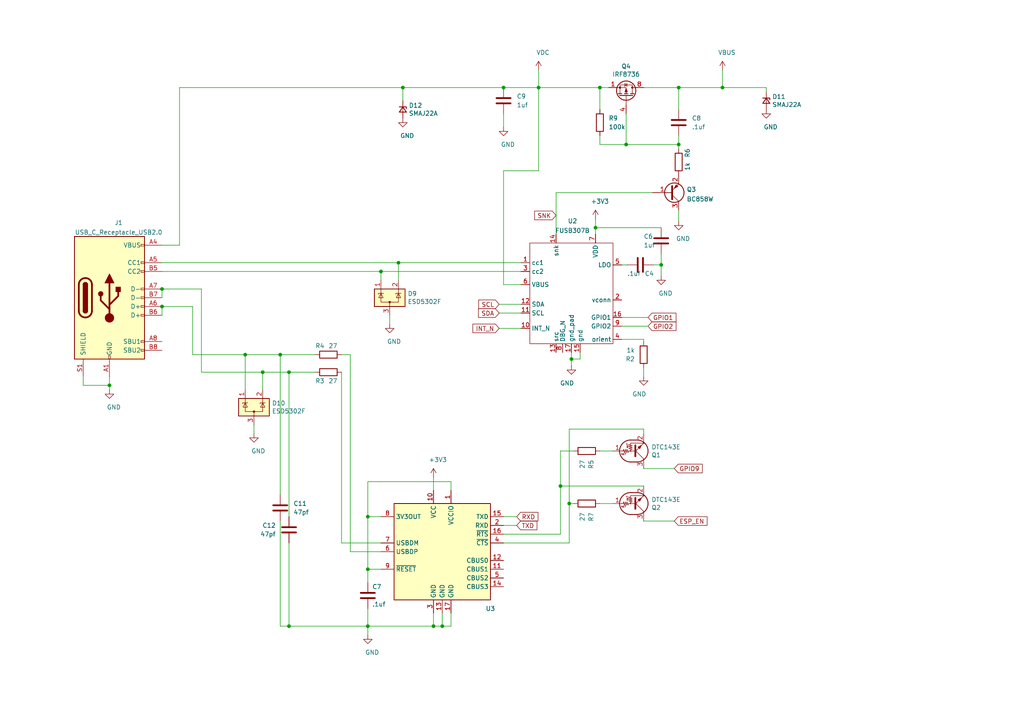
<source format=kicad_sch>
(kicad_sch (version 20210621) (generator eeschema)
  (paper "A4")
  (lib_symbols
    (symbol "-Discrete:DTC143E" (pin_names (offset 0) hide)
      (property "Reference" "Q" (at 5.08 1.905 0))
      (property "Value" "DTC143E" (at 5.08 0 0))
      (symbol "DTC143E_0_0"
        (text "4k7" (at -3.302 0.889 0) (effects (font (size 0.508 0.508))))
        (text "4k7" (at -2.159 -1.524 900) (effects (font (size 0.508 0.508))))
      )
      (symbol "DTC143E_0_1"
        (arc (start -1.27 3.175) (end -1.27 -3.175) (radius (at -1.27 0) (length 3.175) (angles 90.1 -90.1)) (stroke (width 0.254)))
        (arc (start 0.635 -3.175) (end 0.635 3.175) (radius (at 0.635 0) (length 3.175) (angles -89.9 89.9)) (stroke (width 0.254)))
        (circle (center -1.27 0) (radius 0.127))
        (circle (center 2.54 -2.286) (radius 0.127))
        (polyline (pts (xy -3.429 0) (xy -3.81 0)))
        (polyline (pts (xy -1.27 -3.175) (xy 0.635 -3.175)) (stroke (width 0.254)))
        (polyline (pts (xy -1.27 3.175) (xy 0.635 3.175)) (stroke (width 0.254)))
        (polyline (pts (xy 0 -0.254) (xy 2.54 2.286)))
        (polyline (pts (xy 2.54 2.286) (xy 2.54 2.54)))
        (polyline (pts (xy 2.54 -2.286) (xy 0 0.254) (xy 0 0.254)))
        (polyline (pts (xy 0 0) (xy -1.905 0) (xy -2.032 0.508) (xy -2.286 -0.508) (xy -2.54 0.508) (xy -2.794 -0.508) (xy -3.048 0.508) (xy -3.302 -0.508) (xy -3.429 0)))
        (polyline (pts (xy -1.27 0) (xy -1.27 -0.381) (xy -0.762 -0.508) (xy -1.778 -0.762) (xy -0.762 -1.016) (xy -1.778 -1.27) (xy -0.762 -1.524) (xy -1.778 -1.778) (xy -1.27 -1.905) (xy -1.27 -2.286) (xy 2.54 -2.286)))
        (polyline (pts (xy 0.127 1.524) (xy 0.127 -1.651)) (stroke (width 0.508)) (fill (type outline)))
        (polyline (pts (xy 0.889 -1.143) (xy 1.397 -0.635) (xy 1.905 -1.651) (xy 0.889 -1.143)) (fill (type outline)))
      )
      (symbol "DTC143E_1_1"
        (pin input line (at -6.35 0 0) (length 2.54) (name "B") (number "1"))
        (pin passive line (at 2.54 -5.08 90) (length 2.54) (name "E") (number "2"))
        (pin passive line (at 2.54 5.08 270) (length 2.54) (name "C") (number "3"))
      )
    )
    (symbol "Connector:USB_C_Receptacle_USB2.0" (pin_names (offset 1.016))
      (property "Reference" "J" (at -10.16 19.05 0))
      (property "Value" "USB_C_Receptacle_USB2.0" (at 19.05 19.05 0))
      (symbol "USB_C_Receptacle_USB2.0_0_0"
        (rectangle (start -0.254 -17.78) (end 0.254 -16.764))
        (rectangle (start 10.16 -14.986) (end 9.144 -15.494))
        (rectangle (start 10.16 -12.446) (end 9.144 -12.954))
        (rectangle (start 10.16 -4.826) (end 9.144 -5.334))
        (rectangle (start 10.16 -2.286) (end 9.144 -2.794))
        (rectangle (start 10.16 0.254) (end 9.144 -0.254))
        (rectangle (start 10.16 2.794) (end 9.144 2.286))
        (rectangle (start 10.16 7.874) (end 9.144 7.366))
        (rectangle (start 10.16 10.414) (end 9.144 9.906))
        (rectangle (start 10.16 15.494) (end 9.144 14.986))
      )
      (symbol "USB_C_Receptacle_USB2.0_0_1"
        (arc (start -8.89 -3.81) (end -5.08 -3.81) (radius (at -6.985 -3.81) (length 1.905) (angles -179.9 -0.1)) (stroke (width 0.508)))
        (arc (start -7.62 -3.81) (end -6.35 -3.81) (radius (at -6.985 -3.81) (length 0.635) (angles -179.9 -0.1)) (stroke (width 0.254)))
        (arc (start -6.35 3.81) (end -7.62 3.81) (radius (at -6.985 3.81) (length 0.635) (angles 0.1 179.9)) (stroke (width 0.254)))
        (arc (start -5.08 3.81) (end -8.89 3.81) (radius (at -6.985 3.81) (length 1.905) (angles 0.1 179.9)) (stroke (width 0.508)))
        (arc (start -7.62 -3.81) (end -6.35 -3.81) (radius (at -6.985 -3.81) (length 0.635) (angles -179.9 -0.1)) (stroke (width 0.254)) (fill (type outline)))
        (arc (start -6.35 3.81) (end -7.62 3.81) (radius (at -6.985 3.81) (length 0.635) (angles 0.1 179.9)) (stroke (width 0.254)) (fill (type outline)))
        (circle (center -2.54 1.143) (radius 0.635) (stroke (width 0.254)) (fill (type outline)))
        (circle (center 0 -5.842) (radius 1.27) (fill (type outline)))
        (rectangle (start -7.62 -3.81) (end -6.35 3.81) (stroke (width 0.254)) (fill (type outline)))
        (rectangle (start 1.905 1.778) (end 3.175 3.048) (stroke (width 0.254)) (fill (type outline)))
        (rectangle (start -10.16 17.78) (end 10.16 -17.78) (stroke (width 0.254)) (fill (type background)))
        (polyline (pts (xy -8.89 -3.81) (xy -8.89 3.81)) (stroke (width 0.508)))
        (polyline (pts (xy -5.08 3.81) (xy -5.08 -3.81)) (stroke (width 0.508)))
        (polyline (pts (xy 0 -5.842) (xy 0 4.318)) (stroke (width 0.508)))
        (polyline (pts (xy 0 -3.302) (xy -2.54 -0.762) (xy -2.54 0.508)) (stroke (width 0.508)))
        (polyline (pts (xy 0 -2.032) (xy 2.54 0.508) (xy 2.54 1.778)) (stroke (width 0.508)))
        (polyline (pts (xy -1.27 4.318) (xy 0 6.858) (xy 1.27 4.318) (xy -1.27 4.318)) (stroke (width 0.254)) (fill (type outline)))
      )
      (symbol "USB_C_Receptacle_USB2.0_1_1"
        (pin passive line (at 0 -22.86 90) (length 5.08) (name "GND") (number "A1"))
        (pin passive line (at 0 -22.86 90) (length 5.08) hide (name "GND") (number "A12"))
        (pin passive line (at 15.24 15.24 180) (length 5.08) (name "VBUS") (number "A4"))
        (pin bidirectional line (at 15.24 10.16 180) (length 5.08) (name "CC1") (number "A5"))
        (pin bidirectional line (at 15.24 -2.54 180) (length 5.08) (name "D+") (number "A6"))
        (pin bidirectional line (at 15.24 2.54 180) (length 5.08) (name "D-") (number "A7"))
        (pin bidirectional line (at 15.24 -12.7 180) (length 5.08) (name "SBU1") (number "A8"))
        (pin passive line (at 15.24 15.24 180) (length 5.08) hide (name "VBUS") (number "A9"))
        (pin passive line (at 0 -22.86 90) (length 5.08) hide (name "GND") (number "B1"))
        (pin passive line (at 0 -22.86 90) (length 5.08) hide (name "GND") (number "B12"))
        (pin passive line (at 15.24 15.24 180) (length 5.08) hide (name "VBUS") (number "B4"))
        (pin bidirectional line (at 15.24 7.62 180) (length 5.08) (name "CC2") (number "B5"))
        (pin bidirectional line (at 15.24 -5.08 180) (length 5.08) (name "D+") (number "B6"))
        (pin bidirectional line (at 15.24 0 180) (length 5.08) (name "D-") (number "B7"))
        (pin bidirectional line (at 15.24 -15.24 180) (length 5.08) (name "SBU2") (number "B8"))
        (pin passive line (at 15.24 15.24 180) (length 5.08) hide (name "VBUS") (number "B9"))
        (pin passive line (at -7.62 -22.86 90) (length 5.08) (name "SHIELD") (number "S1"))
      )
    )
    (symbol "Device:C" (pin_numbers hide) (pin_names (offset 0.254))
      (property "Reference" "C" (at 0.635 2.54 0))
      (property "Value" "C" (at 0.635 -2.54 0))
      (symbol "C_0_1"
        (polyline (pts (xy -2.032 -0.762) (xy 2.032 -0.762)) (stroke (width 0.508)))
        (polyline (pts (xy -2.032 0.762) (xy 2.032 0.762)) (stroke (width 0.508)))
      )
      (symbol "C_1_1"
        (pin passive line (at 0 3.81 270) (length 2.794) (name "~") (number "1"))
        (pin passive line (at 0 -3.81 90) (length 2.794) (name "~") (number "2"))
      )
    )
    (symbol "Device:D_Zener_Small" (pin_numbers hide) (pin_names (offset 0.254) hide)
      (property "Reference" "D" (at 0 2.286 0))
      (property "Value" "D_Zener_Small" (at 0 -2.286 0))
      (symbol "D_Zener_Small_0_1"
        (polyline (pts (xy 0.762 0) (xy -0.762 0)))
        (polyline (pts (xy -0.254 1.016) (xy -0.762 1.016) (xy -0.762 -1.016)) (stroke (width 0.254)))
        (polyline (pts (xy 0.762 1.016) (xy -0.762 0) (xy 0.762 -1.016) (xy 0.762 1.016)) (stroke (width 0.254)))
      )
      (symbol "D_Zener_Small_1_1"
        (pin passive line (at -2.54 0 0) (length 1.778) (name "K") (number "1"))
        (pin passive line (at 2.54 0 180) (length 1.778) (name "A") (number "2"))
      )
    )
    (symbol "Device:R" (pin_numbers hide) (pin_names (offset 0))
      (property "Reference" "R" (at 2.032 0 90))
      (property "Value" "R" (at 0 0 90))
      (symbol "R_0_1"
        (rectangle (start -1.016 -2.54) (end 1.016 2.54) (stroke (width 0.254)))
      )
      (symbol "R_1_1"
        (pin passive line (at 0 3.81 270) (length 1.27) (name "~") (number "1"))
        (pin passive line (at 0 -3.81 90) (length 1.27) (name "~") (number "2"))
      )
    )
    (symbol "Interface_USB:FT230XQ"
      (property "Reference" "U" (at -13.97 15.24 0))
      (property "Value" "FT230XQ" (at 7.62 15.24 0))
      (symbol "FT230XQ_0_1"
        (rectangle (start -13.97 13.97) (end 13.97 -13.97) (stroke (width 0.254)) (fill (type background)))
      )
      (symbol "FT230XQ_1_1"
        (pin power_in line (at 2.54 17.78 270) (length 3.81) (name "VCCIO") (number "1"))
        (pin power_in line (at -2.54 17.78 270) (length 3.81) (name "VCC") (number "10"))
        (pin bidirectional line (at 17.78 -5.08 180) (length 3.81) (name "CBUS1") (number "11"))
        (pin bidirectional line (at 17.78 -2.54 180) (length 3.81) (name "CBUS0") (number "12"))
        (pin power_in line (at 0 -17.78 90) (length 3.81) (name "GND") (number "13"))
        (pin bidirectional line (at 17.78 -10.16 180) (length 3.81) (name "CBUS3") (number "14"))
        (pin output line (at 17.78 10.16 180) (length 3.81) (name "TXD") (number "15"))
        (pin output line (at 17.78 5.08 180) (length 3.81) (name "~{RTS}") (number "16"))
        (pin power_in line (at 2.54 -17.78 90) (length 3.81) (name "GND") (number "17"))
        (pin input line (at 17.78 7.62 180) (length 3.81) (name "RXD") (number "2"))
        (pin power_in line (at -2.54 -17.78 90) (length 3.81) (name "GND") (number "3"))
        (pin input line (at 17.78 2.54 180) (length 3.81) (name "~{CTS}") (number "4"))
        (pin bidirectional line (at 17.78 -7.62 180) (length 3.81) (name "CBUS2") (number "5"))
        (pin bidirectional line (at -17.78 0 0) (length 3.81) (name "USBDP") (number "6"))
        (pin bidirectional line (at -17.78 2.54 0) (length 3.81) (name "USBDM") (number "7"))
        (pin power_out line (at -17.78 10.16 0) (length 3.81) (name "3V3OUT") (number "8"))
        (pin input line (at -17.78 -5.08 0) (length 3.81) (name "~{RESET}") (number "9"))
      )
    )
    (symbol "Power_Protection:SP0502BAHT" (pin_names hide)
      (property "Reference" "D" (at 5.715 2.54 0))
      (property "Value" "SP0502BAHT" (at 5.715 0.635 0))
      (symbol "SP0502BAHT_0_0"
        (pin passive line (at 0 -5.08 90) (length 2.54) (name "A") (number "3"))
      )
      (symbol "SP0502BAHT_0_1"
        (circle (center 0 -1.27) (radius 0.254) (fill (type outline)))
        (rectangle (start -4.445 2.54) (end 4.445 -2.54) (stroke (width 0.254)) (fill (type background)))
        (polyline (pts (xy -2.54 2.54) (xy -2.54 1.27)))
        (polyline (pts (xy 0 -1.27) (xy 0 -2.54)))
        (polyline (pts (xy 2.54 2.54) (xy 2.54 1.27)))
        (polyline (pts (xy -3.302 1.016) (xy -3.302 1.27) (xy -1.905 1.27) (xy -1.778 1.27)))
        (polyline (pts (xy -2.54 1.27) (xy -2.54 -1.27) (xy 2.54 -1.27) (xy 2.54 1.27)))
        (polyline (pts (xy -2.54 1.27) (xy -1.905 0) (xy -3.175 0) (xy -2.54 1.27)))
        (polyline (pts (xy 1.778 1.016) (xy 1.778 1.27) (xy 3.175 1.27) (xy 3.302 1.27)))
        (polyline (pts (xy 2.54 1.27) (xy 1.905 0) (xy 3.175 0) (xy 2.54 1.27)))
      )
      (symbol "SP0502BAHT_1_1"
        (pin passive line (at -2.54 5.08 270) (length 2.54) (name "K") (number "1"))
        (pin passive line (at 2.54 5.08 270) (length 2.54) (name "K") (number "2"))
      )
    )
    (symbol "Transistor_BJT:BC858W" (pin_names (offset 0) hide)
      (property "Reference" "Q" (at 5.08 1.905 0))
      (property "Value" "BC858W" (at 5.08 0 0))
      (symbol "BC858W_0_1"
        (circle (center 1.27 0) (radius 2.8194) (stroke (width 0.254)))
        (polyline (pts (xy 0.635 0.635) (xy 2.54 2.54)))
        (polyline (pts (xy 0.635 -0.635) (xy 2.54 -2.54) (xy 2.54 -2.54)))
        (polyline (pts (xy 0.635 1.905) (xy 0.635 -1.905) (xy 0.635 -1.905)) (stroke (width 0.508)))
        (polyline (pts (xy 2.286 -1.778) (xy 1.778 -2.286) (xy 1.27 -1.27) (xy 2.286 -1.778) (xy 2.286 -1.778)) (fill (type outline)))
      )
      (symbol "BC858W_1_1"
        (pin input line (at -5.08 0 0) (length 5.715) (name "B") (number "1"))
        (pin passive line (at 2.54 -5.08 90) (length 2.54) (name "E") (number "2"))
        (pin passive line (at 2.54 5.08 270) (length 2.54) (name "C") (number "3"))
      )
    )
    (symbol "Transistor_FET:FDS9435A" (pin_names hide)
      (property "Reference" "Q" (at 5.08 1.905 0))
      (property "Value" "FDS9435A" (at 5.08 0 0))
      (symbol "FDS9435A_0_1"
        (circle (center 1.651 0) (radius 2.794) (stroke (width 0.254)))
        (circle (center 2.54 -1.778) (radius 0.254) (fill (type outline)))
        (circle (center 2.54 1.778) (radius 0.254) (fill (type outline)))
        (polyline (pts (xy 0.254 0) (xy -2.54 0)))
        (polyline (pts (xy 0.254 1.905) (xy 0.254 -1.905)) (stroke (width 0.254)))
        (polyline (pts (xy 0.762 -1.27) (xy 0.762 -2.286)) (stroke (width 0.254)))
        (polyline (pts (xy 0.762 0.508) (xy 0.762 -0.508)) (stroke (width 0.254)))
        (polyline (pts (xy 0.762 2.286) (xy 0.762 1.27)) (stroke (width 0.254)))
        (polyline (pts (xy 2.54 2.54) (xy 2.54 1.778)))
        (polyline (pts (xy 2.54 -2.54) (xy 2.54 0) (xy 0.762 0)))
        (polyline (pts (xy 0.762 1.778) (xy 3.302 1.778) (xy 3.302 -1.778) (xy 0.762 -1.778)))
        (polyline (pts (xy 2.794 -0.508) (xy 2.921 -0.381) (xy 3.683 -0.381) (xy 3.81 -0.254)))
        (polyline (pts (xy 3.302 -0.381) (xy 2.921 0.254) (xy 3.683 0.254) (xy 3.302 -0.381)))
        (polyline (pts (xy 2.286 0) (xy 1.27 0.381) (xy 1.27 -0.381) (xy 2.286 0)) (fill (type outline)))
      )
      (symbol "FDS9435A_1_1"
        (pin passive line (at 2.54 -5.08 90) (length 2.54) (name "S") (number "1"))
        (pin passive line (at 2.54 -5.08 90) (length 2.54) hide (name "S") (number "2"))
        (pin passive line (at 2.54 -5.08 90) (length 2.54) hide (name "S") (number "3"))
        (pin passive line (at -5.08 0 0) (length 2.54) (name "G") (number "4"))
        (pin passive line (at 2.54 5.08 270) (length 2.54) hide (name "D") (number "5"))
        (pin passive line (at 2.54 5.08 270) (length 2.54) hide (name "D") (number "6"))
        (pin passive line (at 2.54 5.08 270) (length 2.54) hide (name "D") (number "7"))
        (pin passive line (at 2.54 5.08 270) (length 2.54) (name "D") (number "8"))
      )
    )
    (symbol "power:+3.3V" (power) (pin_names (offset 0))
      (property "Value" "+3.3V" (at 0 3.556 0))
      (symbol "+3.3V_0_1"
        (polyline (pts (xy -0.762 1.27) (xy 0 2.54)))
        (polyline (pts (xy 0 0) (xy 0 2.54)))
        (polyline (pts (xy 0 2.54) (xy 0.762 1.27)))
      )
      (symbol "+3.3V_1_1"
        (pin power_in line (at 0 0 90) (length 0) hide (name "+3V3") (number "1"))
      )
    )
    (symbol "power:GND" (power) (pin_names (offset 0))
      (property "Value" "GND" (at 0 -3.81 0))
      (symbol "GND_0_1"
        (polyline (pts (xy 0 0) (xy 0 -1.27) (xy 1.27 -1.27) (xy 0 -2.54) (xy -1.27 -1.27) (xy 0 -1.27)))
      )
      (symbol "GND_1_1"
        (pin power_in line (at 0 0 270) (length 0) hide (name "GND") (number "1"))
      )
    )
    (symbol "power:VBUS" (power) (pin_names (offset 0))
      (property "Value" "VBUS" (at 0 3.81 0))
      (symbol "VBUS_0_1"
        (polyline (pts (xy -0.762 1.27) (xy 0 2.54)))
        (polyline (pts (xy 0 0) (xy 0 2.54)))
        (polyline (pts (xy 0 2.54) (xy 0.762 1.27)))
      )
      (symbol "VBUS_1_1"
        (pin power_in line (at 0 0 90) (length 0) hide (name "VBUS") (number "1"))
      )
    )
    (symbol "power:VDC" (power) (pin_names (offset 0))
      (property "Value" "VDC" (at 0 6.35 0))
      (symbol "VDC_0_1"
        (polyline (pts (xy -0.762 1.27) (xy 0 2.54)))
        (polyline (pts (xy 0 0) (xy 0 2.54)))
        (polyline (pts (xy 0 2.54) (xy 0.762 1.27)))
      )
      (symbol "VDC_1_1"
        (pin power_in line (at 0 0 90) (length 0) hide (name "VDC") (number "1"))
      )
    )
    (symbol "precise:FUSB307B"
      (property "Reference" "U" (at 0 0 0))
      (property "Value" "FUSB307B" (at 0 0 0))
      (symbol "FUSB307B_0_1"
        (rectangle (start -12.065 38.735) (end 12.065 9.525) (stroke (width 0.1524)))
      )
      (symbol "FUSB307B_1_1"
        (pin input line (at -14.605 33.02 0) (length 2.54) (name "cc1") (number "1"))
        (pin input line (at -14.605 13.97 0) (length 2.54) (name "INT_N") (number "10"))
        (pin input line (at -14.605 18.415 0) (length 2.54) (name "SCL") (number "11"))
        (pin input line (at -14.605 20.955 0) (length 2.54) (name "SDA") (number "12"))
        (pin input line (at -4.445 6.985 90) (length 2.54) (name "src") (number "13"))
        (pin input line (at -4.445 41.275 270) (length 2.54) (name "snk") (number "14"))
        (pin input line (at 2.54 6.985 90) (length 2.54) (name "gnd") (number "15"))
        (pin input line (at 14.605 17.145 180) (length 2.54) (name "GPIO1") (number "16"))
        (pin input line (at 0 6.985 90) (length 2.54) (name "gnd_pad") (number "17"))
        (pin input line (at 14.605 22.225 180) (length 2.54) (name "vconn") (number "2"))
        (pin input line (at -14.605 30.48 0) (length 2.54) (name "cc2") (number "3"))
        (pin input line (at 14.605 10.795 180) (length 2.54) (name "orient") (number "4"))
        (pin input line (at 14.605 32.385 180) (length 2.54) (name "LDO") (number "5"))
        (pin input line (at -14.605 26.67 0) (length 2.54) (name "VBUS") (number "6"))
        (pin input line (at 6.985 41.275 270) (length 2.54) (name "VDD") (number "7"))
        (pin input line (at -2.54 6.985 90) (length 2.54) (name "DBG_N") (number "8"))
        (pin input line (at 14.605 14.605 180) (length 2.54) (name "GPIO2") (number "9"))
      )
    )
  )
  (junction (at 31.75 111.76) (diameter 0.9144))
  (junction (at 46.99 83.82) (diameter 0.9144))
  (junction (at 46.99 88.9) (diameter 0.9144))
  (junction (at 71.12 102.87) (diameter 0.9144))
  (junction (at 76.2 107.95) (diameter 0.9144))
  (junction (at 81.28 102.87) (diameter 0.9144))
  (junction (at 83.82 107.95) (diameter 0.9144))
  (junction (at 83.82 181.61) (diameter 0.9144))
  (junction (at 106.68 149.86) (diameter 0.9144))
  (junction (at 106.68 165.1) (diameter 0.9144))
  (junction (at 106.68 181.61) (diameter 0.9144))
  (junction (at 110.49 78.74))
  (junction (at 115.57 76.2) (diameter 0.9144))
  (junction (at 116.84 25.4) (diameter 0.9144))
  (junction (at 125.73 181.61) (diameter 0.9144))
  (junction (at 128.27 181.61) (diameter 0.9144))
  (junction (at 146.05 25.4) (diameter 0.9144))
  (junction (at 156.21 25.4) (diameter 0.9144))
  (junction (at 162.56 140.97) (diameter 0.9144))
  (junction (at 165.1 146.05) (diameter 0.9144))
  (junction (at 165.735 104.14))
  (junction (at 172.72 66.04))
  (junction (at 173.99 25.4) (diameter 0.9144))
  (junction (at 181.61 41.91) (diameter 0.9144))
  (junction (at 191.77 76.8262))
  (junction (at 196.85 25.4) (diameter 0.9144))
  (junction (at 196.85 41.91))
  (junction (at 209.55 25.4) (diameter 0.9144))
  (wire (pts (xy 24.13 109.22) (xy 24.13 111.76)))
  (wire (pts (xy 24.13 111.76) (xy 31.75 111.76)))
  (wire (pts (xy 31.75 109.22) (xy 31.75 111.76)))
  (wire (pts (xy 31.75 111.76) (xy 31.75 113.03)))
  (wire (pts (xy 46.99 71.12) (xy 52.07 71.12)))
  (wire (pts (xy 46.99 76.2) (xy 115.57 76.2)))
  (wire (pts (xy 46.99 78.74) (xy 110.49 78.74)))
  (wire (pts (xy 46.99 83.82) (xy 46.99 86.36)))
  (wire (pts (xy 46.99 83.82) (xy 58.42 83.82)))
  (wire (pts (xy 46.99 88.9) (xy 46.99 91.44)))
  (wire (pts (xy 52.07 25.4) (xy 52.07 71.12)))
  (wire (pts (xy 52.07 25.4) (xy 116.84 25.4)))
  (wire (pts (xy 55.88 88.9) (xy 46.99 88.9)))
  (wire (pts (xy 55.88 102.87) (xy 55.88 88.9)))
  (wire (pts (xy 55.88 102.87) (xy 71.12 102.87)))
  (wire (pts (xy 58.42 83.82) (xy 58.42 107.95)))
  (wire (pts (xy 58.42 107.95) (xy 76.2 107.95)))
  (wire (pts (xy 71.12 102.87) (xy 71.12 113.03)))
  (wire (pts (xy 71.12 102.87) (xy 81.28 102.87)))
  (wire (pts (xy 73.66 123.19) (xy 73.66 125.73)))
  (wire (pts (xy 76.2 107.95) (xy 76.2 113.03)))
  (wire (pts (xy 76.2 107.95) (xy 83.82 107.95)))
  (wire (pts (xy 81.28 102.87) (xy 81.28 143.51)))
  (wire (pts (xy 81.28 102.87) (xy 91.44 102.87)))
  (wire (pts (xy 81.28 151.13) (xy 81.28 181.61)))
  (wire (pts (xy 81.28 181.61) (xy 83.82 181.61)))
  (wire (pts (xy 83.82 107.95) (xy 91.44 107.95)))
  (wire (pts (xy 83.82 149.86) (xy 83.82 107.95)))
  (wire (pts (xy 83.82 157.48) (xy 83.82 181.61)))
  (wire (pts (xy 83.82 181.61) (xy 106.68 181.61)))
  (wire (pts (xy 99.06 102.87) (xy 101.6 102.87)))
  (wire (pts (xy 99.06 157.48) (xy 99.06 107.95)))
  (wire (pts (xy 101.6 102.87) (xy 101.6 160.02)))
  (wire (pts (xy 101.6 160.02) (xy 110.49 160.02)))
  (wire (pts (xy 106.68 139.7) (xy 130.81 139.7)))
  (wire (pts (xy 106.68 149.86) (xy 106.68 139.7)))
  (wire (pts (xy 106.68 149.86) (xy 110.49 149.86)))
  (wire (pts (xy 106.68 165.1) (xy 106.68 149.86)))
  (wire (pts (xy 106.68 165.1) (xy 106.68 168.91)))
  (wire (pts (xy 106.68 165.1) (xy 110.49 165.1)))
  (wire (pts (xy 106.68 176.53) (xy 106.68 181.61)))
  (wire (pts (xy 106.68 181.61) (xy 106.68 184.15)))
  (wire (pts (xy 110.49 78.74) (xy 110.49 81.28)))
  (wire (pts (xy 110.49 78.74) (xy 151.13 78.74)))
  (wire (pts (xy 110.49 157.48) (xy 99.06 157.48)))
  (wire (pts (xy 113.03 91.44) (xy 113.03 93.98)))
  (wire (pts (xy 115.57 76.2) (xy 151.13 76.2)))
  (wire (pts (xy 115.57 81.28) (xy 115.57 76.2)))
  (wire (pts (xy 116.84 25.4) (xy 116.84 29.21)))
  (wire (pts (xy 116.84 25.4) (xy 146.05 25.4)))
  (wire (pts (xy 125.73 138.43) (xy 125.73 142.24)))
  (wire (pts (xy 125.73 177.8) (xy 125.73 181.61)))
  (wire (pts (xy 125.73 181.61) (xy 106.68 181.61)))
  (wire (pts (xy 128.27 177.8) (xy 128.27 181.61)))
  (wire (pts (xy 128.27 181.61) (xy 125.73 181.61)))
  (wire (pts (xy 130.81 139.7) (xy 130.81 142.24)))
  (wire (pts (xy 130.81 177.8) (xy 130.81 181.61)))
  (wire (pts (xy 130.81 181.61) (xy 128.27 181.61)))
  (wire (pts (xy 144.78 88.265) (xy 151.13 88.265)))
  (wire (pts (xy 144.78 90.805) (xy 151.13 90.805)))
  (wire (pts (xy 144.78 95.25) (xy 151.13 95.25)))
  (wire (pts (xy 146.05 25.4) (xy 156.21 25.4)))
  (wire (pts (xy 146.05 33.02) (xy 146.05 36.83)))
  (wire (pts (xy 146.05 49.53) (xy 146.05 82.55)))
  (wire (pts (xy 146.05 82.55) (xy 151.13 82.55)))
  (wire (pts (xy 146.05 149.86) (xy 149.86 149.86)))
  (wire (pts (xy 146.05 152.4) (xy 149.86 152.4)))
  (wire (pts (xy 146.05 154.94) (xy 162.56 154.94)))
  (wire (pts (xy 146.05 157.48) (xy 165.1 157.48)))
  (wire (pts (xy 156.21 20.32) (xy 156.21 25.4)))
  (wire (pts (xy 156.21 25.4) (xy 156.21 49.53)))
  (wire (pts (xy 156.21 25.4) (xy 173.99 25.4)))
  (wire (pts (xy 156.21 49.53) (xy 146.05 49.53)))
  (wire (pts (xy 161.29 55.88) (xy 161.29 67.945)))
  (wire (pts (xy 161.29 55.88) (xy 189.23 55.88)))
  (wire (pts (xy 162.56 130.81) (xy 166.37 130.81)))
  (wire (pts (xy 162.56 140.97) (xy 162.56 130.81)))
  (wire (pts (xy 162.56 140.97) (xy 186.69 140.97)))
  (wire (pts (xy 162.56 154.94) (xy 162.56 140.97)))
  (wire (pts (xy 165.1 124.46) (xy 165.1 146.05)))
  (wire (pts (xy 165.1 124.46) (xy 186.69 124.46)))
  (wire (pts (xy 165.1 146.05) (xy 165.1 157.48)))
  (wire (pts (xy 165.735 102.235) (xy 165.735 104.14)))
  (wire (pts (xy 165.735 104.14) (xy 165.735 106.045)))
  (wire (pts (xy 166.37 146.05) (xy 165.1 146.05)))
  (wire (pts (xy 168.275 102.235) (xy 168.275 104.14)))
  (wire (pts (xy 168.275 104.14) (xy 165.735 104.14)))
  (wire (pts (xy 172.72 63.5) (xy 172.72 66.04)))
  (wire (pts (xy 172.72 66.04) (xy 172.72 67.945)))
  (wire (pts (xy 172.72 66.04) (xy 191.77 66.04)))
  (wire (pts (xy 173.99 25.4) (xy 173.99 31.75)))
  (wire (pts (xy 173.99 25.4) (xy 176.53 25.4)))
  (wire (pts (xy 173.99 39.37) (xy 173.99 41.91)))
  (wire (pts (xy 173.99 41.91) (xy 181.61 41.91)))
  (wire (pts (xy 173.99 130.81) (xy 177.8 130.81)))
  (wire (pts (xy 173.99 146.05) (xy 177.8 146.05)))
  (wire (pts (xy 180.34 76.835) (xy 181.9134 76.835)))
  (wire (pts (xy 180.34 92.075) (xy 187.96 92.075)))
  (wire (pts (xy 180.34 94.615) (xy 187.96 94.615)))
  (wire (pts (xy 180.34 98.425) (xy 186.69 98.425)))
  (wire (pts (xy 181.61 33.02) (xy 181.61 41.91)))
  (wire (pts (xy 181.61 41.91) (xy 196.85 41.91)))
  (wire (pts (xy 181.9134 76.8262) (xy 181.9134 76.835)))
  (wire (pts (xy 186.69 25.4) (xy 196.85 25.4)))
  (wire (pts (xy 186.69 98.425) (xy 186.69 99.06)))
  (wire (pts (xy 186.69 106.68) (xy 186.69 109.22)))
  (wire (pts (xy 186.69 124.46) (xy 186.69 125.73)))
  (wire (pts (xy 186.69 135.89) (xy 195.58 135.89)))
  (wire (pts (xy 186.69 151.13) (xy 195.58 151.13)))
  (wire (pts (xy 189.5334 76.8262) (xy 191.77 76.8262)))
  (wire (pts (xy 191.77 73.66) (xy 191.77 76.8262)))
  (wire (pts (xy 191.77 76.8262) (xy 191.77 80.01)))
  (wire (pts (xy 196.85 25.4) (xy 196.85 31.75)))
  (wire (pts (xy 196.85 41.91) (xy 196.85 39.37)))
  (wire (pts (xy 196.85 41.91) (xy 196.85 43.18)))
  (wire (pts (xy 196.85 60.96) (xy 196.85 64.1438)))
  (wire (pts (xy 209.55 20.32) (xy 209.55 25.4)))
  (wire (pts (xy 209.55 25.4) (xy 196.85 25.4)))
  (wire (pts (xy 209.55 25.4) (xy 222.25 25.4)))
  (wire (pts (xy 222.25 25.4) (xy 222.25 26.67)))
  (global_label "SCL" (shape input) (at 144.78 88.265 180) (property "Intersheet References" "${INTERSHEET_REFS}" (effects hide)))
  (global_label "SDA" (shape input) (at 144.78 90.805 180) (property "Intersheet References" "${INTERSHEET_REFS}" (effects hide)))
  (global_label "INT_N" (shape input) (at 144.78 95.25 180) (property "Intersheet References" "${INTERSHEET_REFS}" (effects hide)))
  (global_label "RXD" (shape input) (at 149.86 149.86 0) (property "Intersheet References" "${INTERSHEET_REFS}" (effects hide)))
  (global_label "TXD" (shape input) (at 149.86 152.4 0) (property "Intersheet References" "${INTERSHEET_REFS}" (effects hide)))
  (global_label "SNK" (shape input) (at 161.29 62.4834 180) (property "Intersheet References" "${INTERSHEET_REFS}" (effects hide)))
  (global_label "GPIO1" (shape input) (at 187.96 92.075 0) (property "Intersheet References" "${INTERSHEET_REFS}" (effects hide)))
  (global_label "GPIO2" (shape input) (at 187.96 94.615 0) (property "Intersheet References" "${INTERSHEET_REFS}" (effects hide)))
  (global_label "GPIO9" (shape input) (at 195.58 135.89 0) (property "Intersheet References" "${INTERSHEET_REFS}" (effects hide)))
  (global_label "ESP_EN" (shape input) (at 195.58 151.13 0) (property "Intersheet References" "${INTERSHEET_REFS}" (effects hide)))
  (symbol (lib_id "power:+3.3V") (at 125.73 138.43 0) (unit 1)
    (property "Reference" "#PWR0115" (effects hide))
    (property "Value" "+3.3V" (at 127 133.35 0))
  )
  (symbol (lib_id "power:VDC") (at 156.21 20.32 0) (unit 1)
    (property "Reference" "#PWR0128" (effects hide))
    (property "Value" "VDC" (at 157.48 15.24 0))
  )
  (symbol (lib_id "power:+3.3V") (at 172.72 63.5 0) (unit 1)
    (property "Reference" "#PWR0129" (effects hide))
    (property "Value" "+3.3V" (at 173.99 58.42 0))
  )
  (symbol (lib_id "power:VBUS") (at 209.55 20.32 0) (unit 1)
    (property "Reference" "#PWR0111" (effects hide))
    (property "Value" "VBUS" (at 210.82 15.24 0))
  )
  (symbol (lib_id "power:GND") (at 31.75 113.03 0) (unit 1)
    (property "Reference" "#PWR0108" (effects hide))
    (property "Value" "GND" (at 33.02 118.11 0))
  )
  (symbol (lib_id "power:GND") (at 73.66 125.73 0) (unit 1)
    (property "Reference" "#PWR0110" (effects hide))
    (property "Value" "GND" (at 74.93 130.81 0))
  )
  (symbol (lib_id "power:GND") (at 106.68 184.15 0) (unit 1)
    (property "Reference" "#PWR0113" (effects hide))
    (property "Value" "GND" (at 107.95 189.23 0))
  )
  (symbol (lib_id "power:GND") (at 113.03 93.98 0) (unit 1)
    (property "Reference" "#PWR0107" (effects hide))
    (property "Value" "GND" (at 114.3 99.06 0))
  )
  (symbol (lib_id "power:GND") (at 116.84 34.29 0) (unit 1)
    (property "Reference" "#PWR0126" (effects hide))
    (property "Value" "GND" (at 118.11 39.37 0))
  )
  (symbol (lib_id "power:GND") (at 146.05 36.83 0) (unit 1)
    (property "Reference" "#PWR0109" (effects hide))
    (property "Value" "GND" (at 147.32 41.91 0))
  )
  (symbol (lib_id "power:GND") (at 165.735 106.045 0) (mirror y) (unit 1)
    (property "Reference" "#PWR0114" (effects hide))
    (property "Value" "GND" (at 164.465 111.125 0))
  )
  (symbol (lib_id "power:GND") (at 186.69 109.22 0) (mirror y) (unit 1)
    (property "Reference" "#PWR0123" (effects hide))
    (property "Value" "GND" (at 185.42 114.3 0))
  )
  (symbol (lib_id "power:GND") (at 191.77 80.01 0) (unit 1)
    (property "Reference" "#PWR0125" (effects hide))
    (property "Value" "GND" (at 193.04 85.09 0))
  )
  (symbol (lib_id "power:GND") (at 196.85 64.1438 0) (unit 1)
    (property "Reference" "#PWR0130" (effects hide))
    (property "Value" "GND" (at 198.12 69.2238 0))
  )
  (symbol (lib_id "power:GND") (at 222.25 31.75 0) (unit 1)
    (property "Reference" "#PWR0127" (effects hide))
    (property "Value" "GND" (at 223.52 36.83 0))
  )
  (symbol (lib_id "Device:D_Zener_Small") (at 116.84 31.75 270) (unit 1)
    (property "Reference" "D12" (at 118.5672 30.5816 90) (effects (justify left)))
    (property "Value" "SMAJ22A " (at 118.5672 32.893 90) (effects (justify left)))
    (property "Footprint" "Diode_SMD:D_SMA" (effects hide))
  )
  (symbol (lib_id "Device:D_Zener_Small") (at 222.25 29.21 270) (unit 1)
    (property "Reference" "D11" (at 223.9772 28.0416 90) (effects (justify left)))
    (property "Value" "SMAJ22A " (at 223.9772 30.353 90) (effects (justify left)))
    (property "Footprint" "Diode_SMD:D_SMA" (effects hide))
  )
  (symbol (lib_id "Device:R") (at 95.25 102.87 270) (unit 1)
    (property "Reference" "R4" (at 91.44 100.33 90) (effects (justify left)))
    (property "Value" "27" (at 95.25 100.33 90) (effects (justify left)))
    (property "Footprint" "Resistor_SMD:R_0603_1608Metric" (effects hide))
  )
  (symbol (lib_id "Device:R") (at 95.25 107.95 270) (unit 1)
    (property "Reference" "R3" (at 91.44 110.49 90) (effects (justify left)))
    (property "Value" "27" (at 95.25 110.49 90) (effects (justify left)))
    (property "Footprint" "Resistor_SMD:R_0603_1608Metric" (effects hide))
  )
  (symbol (lib_id "Device:R") (at 170.18 130.81 270) (unit 1)
    (property "Reference" "R5" (at 171.45 133.35 0) (effects (justify left)))
    (property "Value" "27" (at 168.91 133.35 0) (effects (justify left)))
    (property "Footprint" "Resistor_SMD:R_0603_1608Metric" (effects hide))
  )
  (symbol (lib_id "Device:R") (at 170.18 146.05 270) (unit 1)
    (property "Reference" "R7" (at 171.45 148.59 0) (effects (justify left)))
    (property "Value" "27" (at 168.91 148.59 0) (effects (justify left)))
    (property "Footprint" "Resistor_SMD:R_0603_1608Metric" (effects hide))
  )
  (symbol (lib_id "Device:R") (at 173.99 35.56 0) (unit 1)
    (property "Reference" "R9" (at 176.53 34.29 0) (effects (justify left)))
    (property "Value" "100k" (at 176.53 36.83 0) (effects (justify left)))
    (property "Footprint" "Resistor_SMD:R_0603_1608Metric" (effects hide))
  )
  (symbol (lib_id "Device:R") (at 186.69 102.87 180) (unit 1)
    (property "Reference" "R2" (at 184.15 104.14 0) (effects (justify left)))
    (property "Value" "1k" (at 184.15 101.6 0) (effects (justify left)))
    (property "Footprint" "Resistor_SMD:R_0603_1608Metric" (effects hide))
  )
  (symbol (lib_id "Device:R") (at 196.85 46.99 0) (unit 1)
    (property "Reference" "R6" (at 199.39 45.72 90) (effects (justify left)))
    (property "Value" "1k" (at 199.39 49.53 90) (effects (justify left)))
    (property "Footprint" "Resistor_SMD:R_0603_1608Metric" (effects hide))
  )
  (symbol (lib_id "Device:C") (at 81.28 147.32 0) (unit 1)
    (property "Reference" "C11" (at 85.09 146.05 0) (effects (justify left)))
    (property "Value" "47pf" (at 85.09 148.59 0) (effects (justify left)))
    (property "Footprint" "Capacitor_SMD:C_0603_1608Metric" (effects hide))
  )
  (symbol (lib_id "Device:C") (at 83.82 153.67 0) (mirror y) (unit 1)
    (property "Reference" "C12" (at 80.01 152.4 0) (effects (justify left)))
    (property "Value" "47pf" (at 80.01 154.94 0) (effects (justify left)))
    (property "Footprint" "Capacitor_SMD:C_0603_1608Metric" (effects hide))
  )
  (symbol (lib_id "Device:C") (at 106.68 172.72 0) (unit 1)
    (property "Reference" "C7" (at 107.95 170.18 0) (effects (justify left)))
    (property "Value" ".1uf" (at 107.95 175.26 0) (effects (justify left)))
    (property "Footprint" "Capacitor_SMD:C_0603_1608Metric" (effects hide))
  )
  (symbol (lib_id "Device:C") (at 146.05 29.21 0) (unit 1)
    (property "Reference" "C9" (at 149.86 27.94 0) (effects (justify left)))
    (property "Value" "1uf" (at 149.86 30.48 0) (effects (justify left)))
    (property "Footprint" "Capacitor_SMD:C_0603_1608Metric" (effects hide))
  )
  (symbol (lib_id "Device:C") (at 185.7234 76.8262 270) (mirror x) (unit 1)
    (property "Reference" "C4" (at 186.9934 79.3662 90) (effects (justify left)))
    (property "Value" ".1uf" (at 181.9134 79.3662 90) (effects (justify left)))
    (property "Footprint" "Capacitor_SMD:C_0603_1608Metric" (effects hide))
  )
  (symbol (lib_id "Device:C") (at 191.77 69.85 0) (unit 1)
    (property "Reference" "C6" (at 186.69 68.58 0) (effects (justify left)))
    (property "Value" "1uf" (at 186.69 71.12 0) (effects (justify left)))
    (property "Footprint" "Capacitor_SMD:C_0603_1608Metric" (effects hide))
  )
  (symbol (lib_id "Device:C") (at 196.85 35.56 0) (unit 1)
    (property "Reference" "C8" (at 200.66 34.29 0) (effects (justify left)))
    (property "Value" ".1uf" (at 200.66 36.83 0) (effects (justify left)))
    (property "Footprint" "Capacitor_SMD:C_0603_1608Metric" (effects hide))
  )
  (symbol (lib_id "Power_Protection:SP0502BAHT") (at 73.66 118.11 0) (unit 1)
    (property "Reference" "D10" (at 78.867 116.9416 0) (effects (justify left)))
    (property "Value" "ESD5302F" (at 78.867 119.253 0) (effects (justify left)))
    (property "Footprint" "Package_TO_SOT_SMD:SOT-23" (effects hide))
    (property "Datasheet" "http://www.littelfuse.com/~/media/files/littelfuse/technical%20resources/documents/data%20sheets/sp05xxba.pdf" (effects hide))
  )
  (symbol (lib_id "Power_Protection:SP0502BAHT") (at 113.03 86.36 0) (unit 1)
    (property "Reference" "D9" (at 118.237 85.1916 0) (effects (justify left)))
    (property "Value" "ESD5302F" (at 118.237 87.503 0) (effects (justify left)))
    (property "Footprint" "Package_TO_SOT_SMD:SOT-23" (effects hide))
    (property "Datasheet" "http://www.littelfuse.com/~/media/files/littelfuse/technical%20resources/documents/data%20sheets/sp05xxba.pdf" (effects hide))
  )
  (symbol (lib_id "Transistor_BJT:BC858W") (at 194.31 55.88 0) (mirror x) (unit 1)
    (property "Reference" "Q3" (at 199.1615 54.9715 0) (effects (justify left)))
    (property "Value" "BC858W" (at 199.1615 57.7466 0) (effects (justify left)))
    (property "Footprint" "Package_TO_SOT_SMD:SOT-323_SC-70" (effects hide))
    (property "Datasheet" "http://www.infineon.com/dgdl/Infineon-BC857SERIES_BC858SERIES_BC859SERIES_BC860SERIES-DS-v01_01-en.pdf?fileId=db3a304314dca389011541da0e3a1661" (effects hide))
  )
  (symbol (lib_id "Transistor_FET:FDS9435A") (at 181.61 27.94 270) (mirror x) (unit 1)
    (property "Reference" "Q4" (at 181.61 19.2532 90))
    (property "Value" "IRF8736" (at 181.61 21.5646 90))
    (property "Footprint" "precise:SOIC-8_3.9x4.9mm_P1.27mm" (effects hide))
    (property "Datasheet" "https://www.onsemi.com/pub/Collateral/FDS9435A-D.PDF" (effects hide))
  )
  (symbol (lib_id "-Discrete:DTC143E") (at 184.15 130.81 0) (mirror x) (unit 1)
    (property "Reference" "Q1" (at 188.9252 131.9784 0) (effects (justify left)))
    (property "Value" "DTC143E" (at 188.9252 129.667 0) (effects (justify left)))
    (property "Footprint" "Package_TO_SOT_SMD:SOT-323_SC-70" (effects hide))
  )
  (symbol (lib_id "-Discrete:DTC143E") (at 184.15 146.05 0) (mirror x) (unit 1)
    (property "Reference" "Q2" (at 188.9252 147.2184 0) (effects (justify left)))
    (property "Value" "DTC143E" (at 188.9252 144.907 0) (effects (justify left)))
    (property "Footprint" "Package_TO_SOT_SMD:SOT-323_SC-70" (effects hide))
  )
  (symbol (lib_id "precise:FUSB307B") (at 165.735 109.22 0) (unit 1)
    (property "Reference" "U2" (at 166.0525 64.1054 0))
    (property "Value" "FUSB307B" (at 166.0525 66.8805 0))
    (property "Footprint" "Package_DFN_QFN:HVQFN-16-1EP_3x3mm_P0.5mm_EP1.5x1.5mm" (effects hide))
    (property "Datasheet" "https://www.onsemi.com/pdf/datasheet/fusb307b-d.pdf" (effects hide))
  )
  (symbol (lib_id "Connector:USB_C_Receptacle_USB2.0") (at 31.75 86.36 0) (unit 1)
    (property "Reference" "J1" (at 34.417 64.6134 0))
    (property "Value" "USB_C_Receptacle_USB2.0" (at 34.417 67.3885 0))
    (property "Footprint" "Connector_USB:USB_C_Receptacle_Palconn_UTC16-G" (effects hide))
    (property "Datasheet" "https://www.usb.org/sites/default/files/documents/usb_type-c.zip" (effects hide))
  )
  (symbol (lib_id "Interface_USB:FT230XQ") (at 128.27 160.02 0) (unit 1)
    (property "Reference" "U3" (at 142.24 176.53 0))
    (property "Value" "FT230XQ" (effects hide))
    (property "Footprint" "Package_DFN_QFN:QFN-16-1EP_4x4mm_P0.65mm_EP2.1x2.1mm" (effects hide))
    (property "Datasheet" "https://www.ftdichip.com/Support/Documents/DataSheets/ICs/DS_FT230X.pdf" (effects hide))
  )
)
</source>
